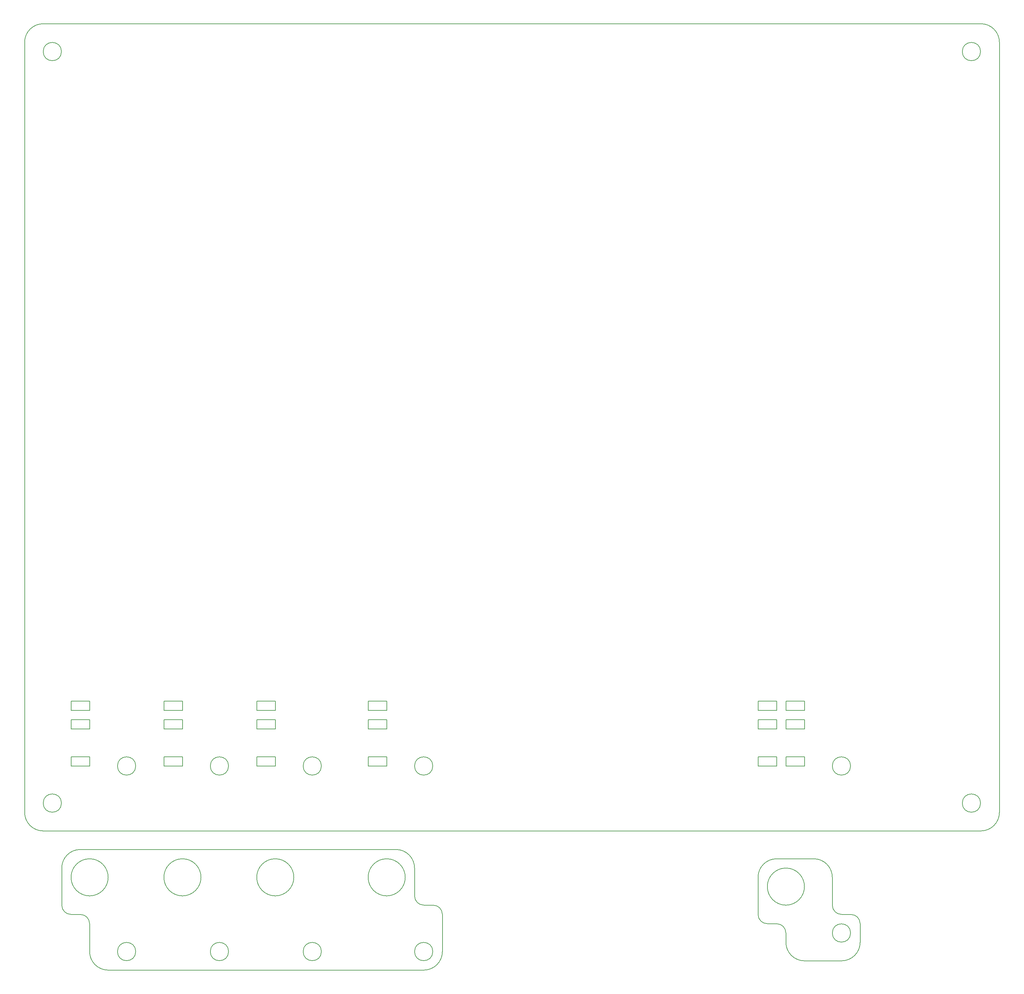
<source format=gbr>
G04 DesignSpark PCB Gerber Version 11.0 Build 5877*
G04 #@! TF.Part,Single*
%FSLAX35Y35*%
%MOIN*%
%ADD10C,0.00500*%
G04 #@! TD.AperFunction*
X0Y0D02*
D02*
D10*
X250Y170250D02*
G75*
G03*
X20250Y150250I20000J0D01*
G01*
X1030250D01*
G75*
G03*
X1050250Y170250I0J20000D01*
G01*
Y1000250D01*
G75*
G03*
X1030250Y1020250I-20000J0D01*
G01*
X20250D01*
G75*
G03*
X250Y1000250I0J-20000D01*
G01*
Y170250D01*
X20250Y180250D02*
G75*
G03*
X39935I9843J0D01*
G01*
G75*
G03*
X20250I-9843J0D01*
G01*
Y990250D02*
G75*
G03*
X39935I9843J0D01*
G01*
G75*
G03*
X20250I-9843J0D01*
G01*
X50250Y100250D02*
G75*
G03*
X90250I20000J0D01*
G01*
G75*
G03*
X50250I-20000J0D01*
G01*
X70250Y230250D02*
Y220250D01*
X50250D01*
Y230250D01*
X70250D01*
Y270250D02*
Y260250D01*
X50250D01*
Y270250D01*
X70250D01*
Y290250D02*
Y280250D01*
X50250D01*
Y290250D01*
X70250D01*
X100250Y20250D02*
G75*
G03*
X119935I9843J0D01*
G01*
G75*
G03*
X100250I-9843J0D01*
G01*
Y220250D02*
G75*
G03*
X119935I9843J0D01*
G01*
G75*
G03*
X100250I-9843J0D01*
G01*
X150250Y100250D02*
G75*
G03*
X190250I20000J0D01*
G01*
G75*
G03*
X150250I-20000J0D01*
G01*
X170250Y230250D02*
Y220250D01*
X150250D01*
Y230250D01*
X170250D01*
Y270250D02*
Y260250D01*
X150250D01*
Y270250D01*
X170250D01*
Y290250D02*
Y280250D01*
X150250D01*
Y290250D01*
X170250D01*
X200250Y20250D02*
G75*
G03*
X219935I9843J0D01*
G01*
G75*
G03*
X200250I-9843J0D01*
G01*
Y220250D02*
G75*
G03*
X219935I9843J0D01*
G01*
G75*
G03*
X200250I-9843J0D01*
G01*
X250250Y100250D02*
G75*
G03*
X290250I20000J0D01*
G01*
G75*
G03*
X250250I-20000J0D01*
G01*
X270250Y230250D02*
Y220250D01*
X250250D01*
Y230250D01*
X270250D01*
Y270250D02*
Y260250D01*
X250250D01*
Y270250D01*
X270250D01*
Y290250D02*
Y280250D01*
X250250D01*
Y290250D01*
X270250D01*
X300250Y20250D02*
G75*
G03*
X319935I9843J0D01*
G01*
G75*
G03*
X300250I-9843J0D01*
G01*
Y220250D02*
G75*
G03*
X319935I9843J0D01*
G01*
G75*
G03*
X300250I-9843J0D01*
G01*
X370250Y100250D02*
G75*
G03*
X410250I20000J0D01*
G01*
G75*
G03*
X370250I-20000J0D01*
G01*
X390250Y230250D02*
Y220250D01*
X370250D01*
Y230250D01*
X390250D01*
Y270250D02*
Y260250D01*
X370250D01*
Y270250D01*
X390250D01*
Y290250D02*
Y280250D01*
X370250D01*
Y290250D01*
X390250D01*
X400250Y130250D02*
G75*
G02*
X420250Y110250I0J-20000D01*
G01*
Y80250D01*
G75*
G03*
X430250Y70250I10000J0D01*
G01*
X440250D01*
G75*
G02*
X450250Y60250I0J-10000D01*
G01*
Y20250D01*
G75*
G02*
X430250Y250I-20000J0D01*
G01*
X90250D01*
G75*
G02*
X70250Y20250I0J20000D01*
G01*
Y50250D01*
G75*
G03*
X60250Y60250I-10000J0D01*
G01*
X50250D01*
G75*
G02*
X40250Y70250I0J10000D01*
G01*
Y110250D01*
G75*
G02*
X60250Y130250I20000J0D01*
G01*
X400250D01*
X420250Y20250D02*
G75*
G03*
X439935I9843J0D01*
G01*
G75*
G03*
X420250I-9843J0D01*
G01*
Y220250D02*
G75*
G03*
X439935I9843J0D01*
G01*
G75*
G03*
X420250I-9843J0D01*
G01*
X800250Y90250D02*
G75*
G03*
X840250I20000J0D01*
G01*
G75*
G03*
X800250I-20000J0D01*
G01*
X810250Y230250D02*
Y220250D01*
X790250D01*
Y230250D01*
X810250D01*
Y270250D02*
Y260250D01*
X790250D01*
Y270250D01*
X810250D01*
Y290250D02*
Y280250D01*
X790250D01*
Y290250D01*
X810250D01*
X840250Y230250D02*
Y220250D01*
X820250D01*
Y230250D01*
X840250D01*
Y270250D02*
Y260250D01*
X820250D01*
Y270250D01*
X840250D01*
Y290250D02*
Y280250D01*
X820250D01*
Y290250D01*
X840250D01*
X850250Y120250D02*
G75*
G02*
X870250Y100250I0J-20000D01*
G01*
Y70250D01*
G75*
G03*
X880250Y60250I10000J0D01*
G01*
X890250D01*
G75*
G02*
X900250Y50250I0J-10000D01*
G01*
Y30250D01*
G75*
G02*
X880250Y10250I-20000J0D01*
G01*
X840250D01*
G75*
G02*
X820250Y30250I0J20000D01*
G01*
Y40250D01*
G75*
G03*
X810250Y50250I-10000J0D01*
G01*
X800250D01*
G75*
G02*
X790250Y60250I0J10000D01*
G01*
Y100250D01*
G75*
G02*
X810250Y120250I20000J0D01*
G01*
X850250D01*
X870250Y40250D02*
G75*
G03*
X889935I9843J0D01*
G01*
G75*
G03*
X870250I-9843J0D01*
G01*
Y220250D02*
G75*
G03*
X889935I9843J0D01*
G01*
G75*
G03*
X870250I-9843J0D01*
G01*
X1010250Y180250D02*
G75*
G03*
X1029935I9843J0D01*
G01*
G75*
G03*
X1010250I-9843J0D01*
G01*
Y990250D02*
G75*
G03*
X1029935I9843J0D01*
G01*
G75*
G03*
X1010250I-9843J0D01*
G01*
X0Y0D02*
M02*

</source>
